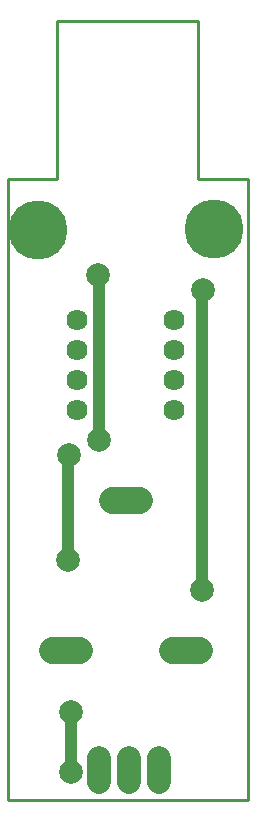
<source format=gbr>
G04 EAGLE Gerber RS-274X export*
G75*
%MOMM*%
%FSLAX34Y34*%
%LPD*%
%INBottom Copper*%
%IPPOS*%
%AMOC8*
5,1,8,0,0,1.08239X$1,22.5*%
G01*
G04 Define Apertures*
%ADD10C,1.786000*%
%ADD11C,2.320800*%
%ADD12C,2.016000*%
%ADD13C,2.000000*%
%ADD14C,5.000000*%
%ADD15C,0.406400*%
%ADD16C,1.016000*%
%ADD17C,0.254000*%
D10*
X58700Y406400D03*
X58700Y381000D03*
X58700Y355600D03*
X58700Y330200D03*
X141300Y330200D03*
X141300Y355600D03*
X141300Y381000D03*
X141300Y406400D03*
D11*
X60804Y127000D02*
X37596Y127000D01*
X88396Y254000D02*
X111604Y254000D01*
X139196Y127000D02*
X162404Y127000D01*
D12*
X127964Y35480D02*
X127964Y15320D01*
X102564Y15320D02*
X102564Y35480D01*
X77164Y35480D02*
X77164Y15320D01*
D13*
X50800Y203200D03*
X76200Y444500D03*
D14*
X25762Y482600D03*
D13*
X52240Y292100D03*
X77640Y304800D03*
D15*
X52240Y292100D02*
X50800Y290660D01*
D16*
X50800Y203200D01*
D15*
X77640Y443060D02*
X76200Y444500D01*
D16*
X77640Y443060D02*
X77640Y304800D01*
D14*
X174860Y483324D03*
D13*
X53747Y23462D03*
X53747Y74262D03*
D16*
X53747Y23462D01*
D13*
X165100Y431800D03*
X164600Y177800D03*
D15*
X165100Y431300D02*
X164600Y431800D01*
D16*
X164600Y177800D01*
D15*
X165100Y431300D02*
X165100Y431800D01*
D17*
X0Y0D02*
X203200Y0D01*
X203200Y525400D01*
X161639Y525400D01*
X161639Y659290D01*
X41623Y659290D01*
X41623Y525400D01*
X0Y525400D01*
X0Y0D01*
M02*

</source>
